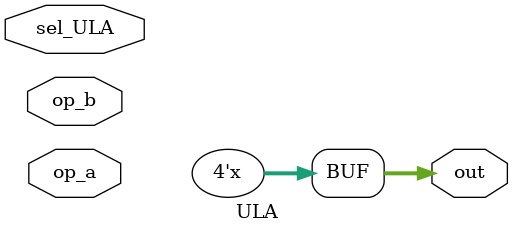
<source format=v>
module ULA (op_a, op_b, sel_ULA, out);

input [3:0] op_a, op_b;
input [2:0] sel_ULA;
output reg [3:0] out;

reg [3:0] out_ULA;

always @(*)
begin
   case (sel_ULA) 
	  3'b000: begin out_ULA <= op_a;          end 
	  3'b001: begin out_ULA <= ~op_a;         end 
	  3'b010: begin out_ULA <= op_b;          end 
	  3'b011: begin out_ULA <= ~op_b;         end 
	  3'b100: begin out_ULA <= op_a & op_b;   end 
	  3'b101: begin out_ULA <= ~op_a & op_b;  end 
	  3'b110: begin out_ULA <= op_a & ~op_b;  end 
	  3'b111: begin out_ULA <= ~op_a & ~op_b; end 
	 default: begin out_ULA <= out_ULA;  end 
   endcase
	
  out <= out_ULA;
end 

endmodule 	
	

</source>
